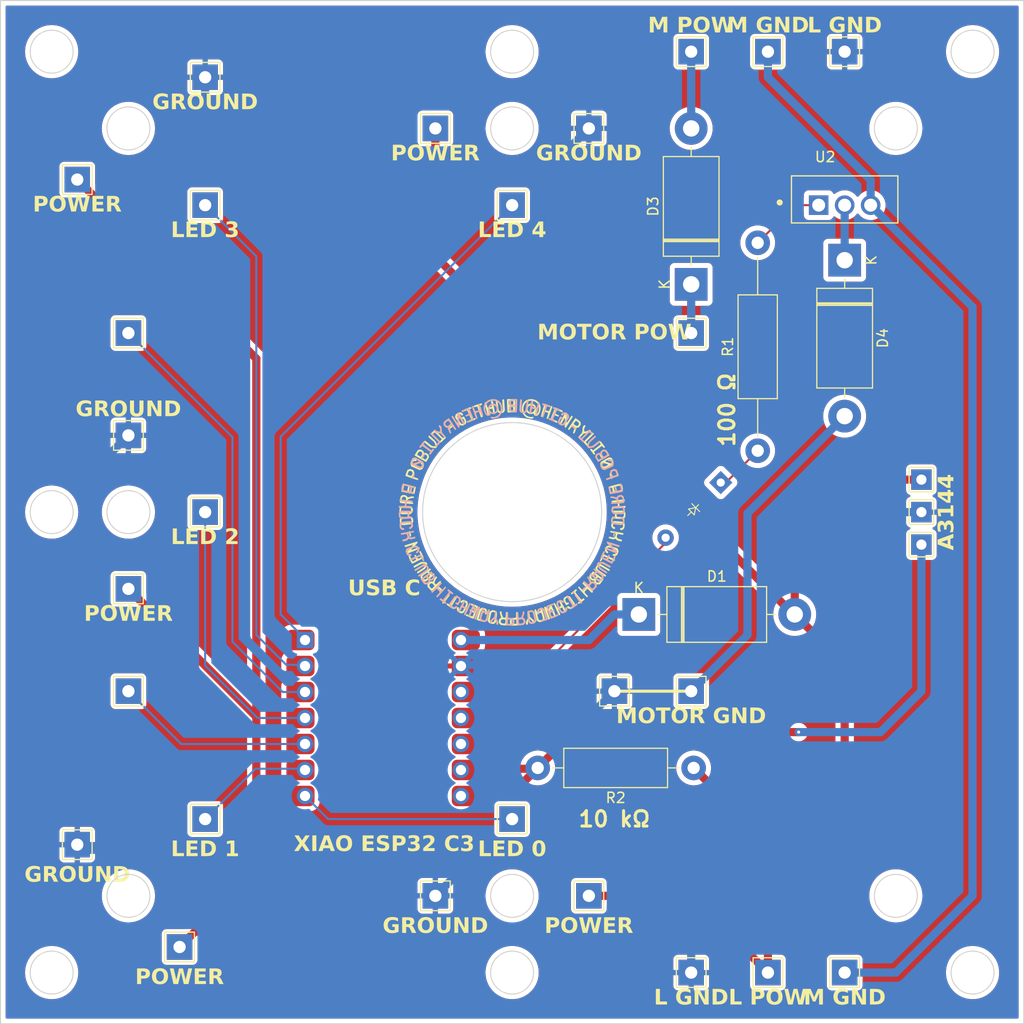
<source format=kicad_pcb>
(kicad_pcb (version 20240108) (generator "pcbnew") (generator_version "8.0")
  (layers (0 "F.Cu" signal) (31 "B.Cu" signal) (34 "B.Paste" user) (35 "F.Paste" user) (36 "B.SilkS" user "B.Silkscreen") (37 "F.SilkS" user "F.Silkscreen") (38 "B.Mask" user) (39 "F.Mask" user) (44 "Edge.Cuts" user))
  (net 0 "")
  (net 1 "Net-(D1-K)")
  (net 2 "A3114E POW")
  (net 3 "MOTOR+")
  (net 4 "MOTOR-")
  (net 5 "Net-(D4-K)")
  (net 6 "Net-(R1-Pad2)")
  (net 7 "Net-(D2-K)")
  (net 8 "A3144E GPIO")
  (net 9 "Net-(D2-A)")
  (net 10 "LED_0")
  (net 12 "LED_4")
  (net 13 "LED_BACKUP_1")
  (net 14 "LED_2")
  (net 15 "LED_3")
  (net 16 "LED_BACKUP_2")
  (net 17 "LED_1")
  (net 18 "M_5V")
  (net 19 "A3144E GND")
  (net 20 "M_GND")
  (footprint "TestPoint:TestPoint_THTPad_2.5x2.5mm_Drill1.2mm" (layer "F.Cu") (at 167.5 117.5)
    (property "Reference" "REF**" (hide yes))
    (property "Value" "TestPoint_THTPad_2.5x2.5mm_Drill1.2mm" (hide yes))
    (pad "0" thru_hole rect (at 0 0) (size 2.5 2.5) (drill 1.2) (layers "*.Cu" "*.Mask") (net 4 "MOTOR-"))
  )
  (footprint "TestPoint:TestPoint_THTPad_2.5x2.5mm_Drill1.2mm" (layer "F.Cu") (at 175 145)
    (property "Reference" "REF**" (hide yes))
    (property "Value" "TestPoint_THTPad_2.5x2.5mm_Drill1.2mm" (hide yes))
    (pad "0" thru_hole rect (at 0 0) (size 2.5 2.5) (drill 1.2) (layers "*.Cu" "*.Mask") (net 2 "A3114E POW"))
  )
  (footprint "TestPoint:TestPoint_THTPad_2.5x2.5mm_Drill1.2mm" (layer "F.Cu") (at 112.5 92.5)
    (property "Reference" "REF**" (hide yes))
    (property "Value" "TestPoint_THTPad_2.5x2.5mm_Drill1.2mm" (hide yes))
    (pad "1" thru_hole rect (at 0 0) (size 2.5 2.5) (drill 1.2) (layers "*.Cu" "*.Mask") (net 19 "A3144E GND"))
  )
  (footprint "TestPoint:TestPoint_THTPad_2.0x2.0mm_Drill1.0mm" (layer "F.Cu") (at 190 100)
    (property "Reference" "REF**" (hide yes))
    (property "Value" "TestPoint_THTPad_2.0x2.0mm_Drill1.0mm" (hide yes))
    (pad "3" thru_hole rect (at 0 0) (size 2 2) (drill 1) (layers "*.Cu" "*.Mask") (net 19 "A3144E GND"))
  )
  (footprint "TestPoint:TestPoint_THTPad_2.5x2.5mm_Drill1.2mm" (layer "F.Cu") (at 157.5 137.5)
    (property "Reference" "REF**" (hide yes))
    (property "Value" "TestPoint_THTPad_2.5x2.5mm_Drill1.2mm" (hide yes))
    (pad "1" thru_hole rect (at 0 0) (size 2.5 2.5) (drill 1.2) (layers "*.Cu" "*.Mask") (net 2 "A3114E POW"))
  )
  (footprint "TestPoint:TestPoint_THTPad_2.5x2.5mm_Drill1.2mm" (layer "F.Cu") (at 157.5 62.5)
    (property "Reference" "REF**" (hide yes))
    (property "Value" "TestPoint_THTPad_2.5x2.5mm_Drill1.2mm" (hide yes))
    (pad "1" thru_hole rect (at 0 0) (size 2.5 2.5) (drill 1.2) (layers "*.Cu" "*.Mask") (net 19 "A3144E GND"))
  )
  (footprint "TestPoint:TestPoint_THTPad_2.5x2.5mm_Drill1.2mm" (layer "F.Cu") (at 112.5 82.5)
    (property "Reference" "REF**" (hide yes))
    (property "Value" "TestPoint_THTPad_2.5x2.5mm_Drill1.2mm" (hide yes))
    (pad "1" thru_hole rect (at 0 0) (size 2.5 2.5) (drill 1.2) (layers "*.Cu" "*.Mask" "Eco2.User") (net 16 "LED_BACKUP_2"))
  )
  (footprint "TestPoint:TestPoint_THTPad_2.5x2.5mm_Drill1.2mm" (layer "F.Cu") (at 150 130)
    (property "Reference" "REF**" (hide yes))
    (property "Value" "TestPoint_THTPad_2.5x2.5mm_Drill1.2mm" (hide yes))
    (pad "1" thru_hole rect (at 0 0) (size 2.5 2.5) (drill 1.2) (layers "*.Cu" "*.Mask") (net 10 "LED_0"))
  )
  (footprint "TestPoint:TestPoint_THTPad_2.5x2.5mm_Drill1.2mm" (layer "F.Cu") (at 150 70)
    (property "Reference" "REF**" (hide yes))
    (property "Value" "TestPoint_THTPad_2.5x2.5mm_Drill1.2mm" (hide yes))
    (pad "1" thru_hole rect (at 0 0) (size 2.5 2.5) (drill 1.2) (layers "*.Cu" "*.Mask") (net 12 "LED_4"))
  )
  (footprint "LOGO" (layer "F.Cu") (at 150 100 45)
    (property "Reference" "G***" (hide yes))
    (property "Value" "LOGO" (hide yes))
  )
  (footprint "Resistor_THT:R_Axial_DIN0411_L9.9mm_D3.6mm_P15.24mm_Horizontal" (layer "F.Cu") (at 167.74 125 180)
    (property "Reference" "R2" (at 7.62 -2.92 0) (layer "F.SilkS"))
    (property "Value" "Resistor")
    (pad "1" thru_hole circle (at 0 0 180) (size 2.4 2.4) (drill 1.2) (layers "*.Cu" "*.Mask") (net 2 "A3114E POW"))
    (pad "2" thru_hole oval (at 15.24 0 180) (size 2.4 2.4) (drill 1.2) (layers "*.Cu" "*.Mask") (net 8 "A3144E GPIO"))
  )
  (footprint "TestPoint:TestPoint_THTPad_2.5x2.5mm_Drill1.2mm" (layer "F.Cu") (at 120 57.5)
    (property "Reference" "REF**" (hide yes))
    (property "Value" "TestPoint_THTPad_2.5x2.5mm_Drill1.2mm" (hide yes))
    (pad "1" thru_hole rect (at 0 0) (size 2.5 2.5) (drill 1.2) (layers "*.Cu" "*.Mask") (net 19 "A3144E GND"))
  )
  (footprint "TestPoint:TestPoint_THTPad_2.5x2.5mm_Drill1.2mm" (layer "F.Cu") (at 142.5 62.5)
    (property "Reference" "REF**" (hide yes))
    (property "Value" "TestPoint_THTPad_2.5x2.5mm_Drill1.2mm" (hide yes))
    (pad "1" thru_hole rect (at 0 0) (size 2.5 2.5) (drill 1.2) (layers "*.Cu" "*.Mask") (net 2 "A3114E POW"))
  )
  (footprint "TestPoint:TestPoint_THTPad_2.5x2.5mm_Drill1.2mm" (layer "F.Cu") (at 107.5 67.5)
    (property "Reference" "REF**" (hide yes))
    (property "Value" "TestPoint_THTPad_2.5x2.5mm_Drill1.2mm" (hide yes))
    (pad "1" thru_hole rect (at 0 0) (size 2.5 2.5) (drill 1.2) (layers "*.Cu" "*.Mask") (net 2 "A3114E POW"))
  )
  (footprint "TestPoint:TestPoint_THTPad_2.5x2.5mm_Drill1.2mm" (layer "F.Cu") (at 112.5 117.5)
    (property "Reference" "REF**" (hide yes))
    (property "Value" "TestPoint_THTPad_2.5x2.5mm_Drill1.2mm" (hide yes))
    (pad "1" thru_hole rect (at 0 0) (size 2.5 2.5) (drill 1.2) (layers "*.Cu" "*.Mask" "Eco2.User") (net 13 "LED_BACKUP_1"))
  )
  (footprint "TestPoint:TestPoint_THTPad_2.5x2.5mm_Drill1.2mm" (layer "F.Cu") (at 160 117.5)
    (property "Reference" "REF**" (hide yes))
    (property "Value" "TestPoint_THTPad_2.5x2.5mm_Drill1.2mm" (hide yes))
    (pad "0" thru_hole rect (at 0 0) (size 2.5 2.5) (drill 1.2) (layers "*.Cu" "*.Mask") (net 19 "A3144E GND"))
  )
  (footprint "TestPoint:TestPoint_THTPad_2.5x2.5mm_Drill1.2mm" (layer "F.Cu") (at 120 130)
    (property "Reference" "REF**" (hide yes))
    (property "Value" "TestPoint_THTPad_2.5x2.5mm_Drill1.2mm" (hide yes))
    (pad "1" thru_hole rect (at 0 0) (size 2.5 2.5) (drill 1.2) (layers "*.Cu" "*.Mask") (net 17 "LED_1"))
  )
  (footprint "Resistor_THT:R_Axial_DIN0411_L9.9mm_D3.6mm_P20.32mm_Horizontal" (layer "F.Cu") (at 174 94 90)
    (property "Reference" "R1" (at 10.16 -2.92 90) (layer "F.SilkS"))
    (property "Value" "Resistor")
    (pad "1" thru_hole circle (at 0 0 90) (size 2.4 2.4) (drill 1.2) (layers "*.Cu" "*.Mask") (net 7 "Net-(D2-K)"))
    (pad "2" thru_hole oval (at 20.32 0 90) (size 2.4 2.4) (drill 1.2) (layers "*.Cu" "*.Mask") (net 6 "Net-(R1-Pad2)"))
  )
  (footprint "TestPoint:TestPoint_THTPad_2.5x2.5mm_Drill1.2mm" (layer "F.Cu") (at 167.5 145)
    (property "Reference" "REF**" (hide yes))
    (property "Value" "TestPoint_THTPad_2.5x2.5mm_Drill1.2mm" (hide yes))
    (pad "0" thru_hole rect (at 0 0) (size 2.5 2.5) (drill 1.2) (layers "*.Cu" "*.Mask") (net 19 "A3144E GND"))
  )
  (footprint "TestPoint:TestPoint_THTPad_2.5x2.5mm_Drill1.2mm" (layer "F.Cu") (at 120 100)
    (property "Reference" "REF**" (hide yes))
    (property "Value" "TestPoint_THTPad_2.5x2.5mm_Drill1.2mm" (hide yes))
    (pad "1" thru_hole rect (at 0 0) (size 2.5 2.5) (drill 1.2) (layers "*.Cu" "*.Mask") (net 14 "LED_2"))
  )
  (footprint "TestPoint:TestPoint_THTPad_2.5x2.5mm_Drill1.2mm" (layer "F.Cu") (at 175 55)
    (property "Reference" "REF**" (hide yes))
    (property "Value" "TestPoint_THTPad_2.5x2.5mm_Drill1.2mm" (hide yes))
    (pad "0" thru_hole rect (at 0 0) (size 2.5 2.5) (drill 1.2) (layers "*.Cu" "*.Mask") (net 20 "M_GND"))
  )
  (footprint "Diode_THT:D_DO-201AD_P15.24mm_Horizontal" (layer "F.Cu") (at 162.38 110)
    (property "Reference" "D1" (at 7.62 -3.72 0) (layer "F.SilkS"))
    (property "Value" "1N5822")
    (fp_text user "K" (at 0 -2.6 0) (layer "F.SilkS"))
    (pad "1" thru_hole rect (at 0 0) (size 3.2 3.2) (drill 1.6) (layers "*.Cu" "*.Mask") (net 1 "Net-(D1-K)"))
    (pad "2" thru_hole oval (at 15.24 0) (size 3.2 3.2) (drill 1.6) (layers "*.Cu" "*.Mask") (net 2 "A3114E POW"))
  )
  (footprint "TestPoint:TestPoint_THTPad_2.5x2.5mm_Drill1.2mm" (layer "F.Cu") (at 112.5 107.5)
    (property "Reference" "REF**" (hide yes))
    (property "Value" "TestPoint_THTPad_2.5x2.5mm_Drill1.2mm" (hide yes))
    (pad "1" thru_hole rect (at 0 0) (size 2.5 2.5) (drill 1.2) (layers "*.Cu" "*.Mask") (net 2 "A3114E POW"))
  )
  (footprint "TestPoint:TestPoint_THTPad_2.0x2.0mm_Drill1.0mm" (layer "F.Cu") (at 190 103.175)
    (property "Reference" "REF**" (hide yes))
    (property "Value" "TestPoint_THTPad_2.0x2.0mm_Drill1.0mm" (hide yes))
    (pad "3" thru_hole rect (at 0 0) (size 2 2) (drill 1) (layers "*.Cu" "*.Mask") (net 8 "A3144E GPIO"))
  )
  (footprint "TestPoint:TestPoint_THTPad_2.0x2.0mm_Drill1.0mm" (layer "F.Cu") (at 190 96.825)
    (property "Reference" "REF**" (hide yes))
    (property "Value" "TestPoint_THTPad_2.0x2.0mm_Drill1.0mm" (hide yes))
    (pad "3" thru_hole rect (at 0 0) (size 2 2) (drill 1) (layers "*.Cu" "*.Mask") (net 2 "A3114E POW"))
  )
  (footprint "TestPoint:TestPoint_THTPad_2.5x2.5mm_Drill1.2mm" (layer "F.Cu") (at 107.5 132.5)
    (property "Reference" "REF**" (hide yes))
    (property "Value" "TestPoint_THTPad_2.5x2.5mm_Drill1.2mm" (hide yes))
    (pad "1" thru_hole rect (at 0 0) (size 2.5 2.5) (drill 1.2) (layers "*.Cu" "*.Mask") (net 19 "A3144E GND"))
  )
  (footprint "Diode_THT:D_DO-201AD_P15.24mm_Horizontal" (layer "F.Cu") (at 167.5 77.74 90)
    (property "Reference" "D3" (at 7.62 -3.72 90) (layer "F.SilkS"))
    (property "Value" "1N5822")
    (fp_text user "K" (at 0 -2.6 90) (layer "F.SilkS"))
    (pad "1" thru_hole rect (at 0 0 90) (size 3.2 3.2) (drill 1.6) (layers "*.Cu" "*.Mask") (net 3 "MOTOR+"))
    (pad "2" thru_hole oval (at 15.24 0 90) (size 3.2 3.2) (drill 1.6) (layers "*.Cu" "*.Mask") (net 18 "M_5V"))
  )
  (footprint "TestPoint:TestPoint_THTPad_2.5x2.5mm_Drill1.2mm" (layer "F.Cu") (at 142.5 137.5)
    (property "Reference" "REF**" (hide yes))
    (property "Value" "TestPoint_THTPad_2.5x2.5mm_Drill1.2mm" (hide yes))
    (pad "1" thru_hole rect (at 0 0) (size 2.5 2.5) (drill 1.2) (layers "*.Cu" "*.Mask") (net 19 "A3144E GND"))
  )
  (footprint "ScottoKeebs_MCU:Seeed_XIAO_RP2040" (layer "F.Cu") (at 137.38 120.12)
    (property "Reference" "U1" (hide yes))
    (property "Value" "MCU_Seeed_XIAO_ESP32-C3")
    (pad "1" smd roundrect (at -8.065 -7.62) (size 2.75 2) (layers "F.Cu" "F.Paste" "F.Mask") (net 12 "LED_4"))
    (pad "1" thru_hole rect (at -7.62 -7.62 90) (size 1.6 1.6) (drill 1) (layers "*.Cu" "*.Mask") (net 12 "LED_4"))
    (pad "2" smd roundrect (at -8.065 -5.08) (size 2.75 2) (layers "F.Cu" "F.Paste" "F.Mask") (net 15 "LED_3"))
    (pad "2" thru_hole circle (at -7.62 -5.08 90) (size 1.6 1.6) (drill 1) (layers "*.Cu" "*.Mask") (net 15 "LED_3"))
    (pad "3" smd roundrect (at -8.065 -2.54) (size 2.75 2) (layers "F.Cu" "F.Paste" "F.Mask") (net 16 "LED_BACKUP_2"))
    (pad "3" thru_hole circle (at -7.62 -2.54 90) (size 1.6 1.6) (drill 1) (layers "*.Cu" "*.Mask") (net 16 "LED_BACKUP_2"))
    (pad "4" smd roundrect (at -8.065 0) (size 2.75 2) (layers "F.Cu" "F.Paste" "F.Mask") (net 14 "LED_2"))
    (pad "4" thru_hole circle (at -7.62 0 90) (size 1.6 1.6) (drill 1) (layers "*.Cu" "*.Mask") (net 14 "LED_2"))
    (pad "5" smd roundrect (at -8.065 2.54) (size 2.75 2) (layers "F.Cu" "F.Paste" "F.Mask") (net 13 "LED_BACKUP_1"))
    (pad "5" thru_hole circle (at -7.62 2.54 90) (size 1.6 1.6) (drill 1) (layers "*.Cu" "*.Mask") (net 13 "LED_BACKUP_1"))
    (pad "6" smd roundrect (at -8.065 5.08) (size 2.75 2) (layers "F.Cu" "F.Paste" "F.Mask") (net 17 "LED_1"))
    (pad "6" thru_hole circle (at -7.62 5.08 90) (size 1.6 1.6) (drill 1) (layers "*.Cu" "*.Mask") (net 17 "LED_1"))
    (pad "7" smd roundrect (at -8.065 7.62) (size 2.75 2) (layers "F.Cu" "F.Paste" "F.Mask") (net 10 "LED_0"))
    (pad "7" thru_hole circle (at -7.62 7.62 90) (size 1.6 1.6) (drill 1) (layers "*.Cu" "*.Mask") (net 10 "LED_0"))
    (pad "8" thru_hole circle (at 7.62 7.62 90) (size 1.6 1.6) (drill 1) (layers "*.Cu" "*.Mask") (net 8 "A3144E GPIO"))
    (pad "8" smd roundrect (at 8.1 7.62) (size 2.75 2) (layers "F.Cu" "F.Paste" "F.Mask") (net 8 "A3144E GPIO"))
    (pad "9" thru_hole circle (at 7.62 5.08 90) (size 1.6 1.6) (drill 1) (layers "*.Cu" "*.Mask") (net 8 "A3144E GPIO"))
    (pad "9" smd roundrect (at 8.1 5.08) (size 2.75 2) (layers "F.Cu" "F.Paste" "F.Mask") (net 8 "A3144E GPIO"))
    (pad "10" thru_hole circle (at 7.62 2.54 90) (size 1.6 1.6) (drill 1) (layers "*.Cu" "*.Mask") (net 9 "Net-(D2-A)"))
    (pad "10" smd roundrect (at 8.1 2.54) (size 2.75 2) (layers "F.Cu" "F.Paste" "F.Mask") (net 9 "Net-(D2-A)"))
    (pad "11" thru_hole circle (at 7.62 0 90) (size 1.6 1.6) (drill 1) (layers "*.Cu" "*.Mask") (net 9 "Net-(D2-A)"))
    (pad "11" smd roundrect (at 8.1 0) (size 2.75 2) (layers "F.Cu" "F.Paste" "F.Mask") (net 9 "Net-(D2-A)"))
    (pad "12" thru_hole circle (at 7.62 -2.54 90) (size 1.6 1.6) (drill 1) (layers "*.Cu" "*.Mask"))
    (pad "12" smd roundrect (at 8.1 -2.54) (size 2.75 2) (layers "F.Cu" "F.Paste" "F.Mask"))
    (pad "13" thru_hole circle (at 7.62 -5.08 90) (size 1.6 1.6) (drill 1) (layers "*.Cu" "*.Mask") (net 19 "A3144E GND"))
    (pad "13" smd roundrect (at 8.1 -5.08) (size 2.75 2) (layers "F.Cu" "F.Paste" "F.Mask") (net 19 "A3144E GND"))
    (pad "14" thru_hole circle (at 7.62 -7.62 90) (size 1.6 1.6) (drill 1) (layers "*.Cu" "*.Mask") (net 1 "Net-(D1-K)"))
    (pad "14" smd roundrect (at 8.1 -7.62) (size 2.75 2) (layers "F.Cu" "F.Paste" "F.Mask") (net 1 "Net-(D1-K)"))
  )
  (footprint "TestPoint:TestPoint_THTPad_2.5x2.5mm_Drill1.2mm" (layer "F.Cu") (at 182.5 145 180)
    (property "Reference" "REF**" (hide yes))
    (property "Value" "TestPoint_THTPad_2.5x2.5mm_Drill1.2mm" (hide yes))
    (pad "0" thru_hole rect (at 0 0 180) (size 2.5 2.5) (drill 1.2) (layers "*.Cu" "*.Mask") (net 20 "M_GND"))
  )
  (footprint "TestPoint:TestPoint_THTPad_2.5x2.5mm_Drill1.2mm" (layer "F.Cu") (at 167.5 82.5)
    (property "Reference" "REF**" (hide yes))
    (property "Value" "TestPoint_THTPad_2.5x2.5mm_Drill1.2mm" (hide yes))
    (pad "0" thru_hole rect (at 0 0) (size 2.5 2.5) (drill 1.2) (layers "*.Cu" "*.Mask") (net 3 "MOTOR+"))
  )
  (footprint "Diode_THT:D_DO-201AD_P15.24mm_Horizontal" (layer "F.Cu") (at 182.5 75.38 -90)
    (property "Reference" "D4" (at 7.62 -3.72 90) (layer "F.SilkS"))
    (property "Value" "1N5822")
    (fp_text user "K" (at 0 -2.6 90) (layer "F.SilkS"))
    (pad "1" thru_hole rect (at 0 0 270) (size 3.2 3.2) (drill 1.6) (layers "*.Cu" "*.Mask") (net 5 "Net-(D4-K)"))
    (pad "2" thru_hole oval (at 15.24 0 270) (size 3.2 3.2) (drill 1.6) (layers "*.Cu" "*.Mask") (net 4 "MOTOR-"))
  )
  (footprint "TestPoint:TestPoint_THTPad_2.5x2.5mm_Drill1.2mm" (layer "F.Cu") (at 167.5 55)
    (property "Reference" "REF**" (hide yes))
    (property "Value" "TestPoint_THTPad_2.5x2.5mm_Drill1.2mm" (hide yes))
    (pad "0" thru_hole rect (at 0 0) (size 2.5 2.5) (drill 1.2) (layers "*.Cu" "*.Mask") (net 18 "M_5V"))
  )
  (footprint "TestPoint:TestPoint_THTPad_2.5x2.5mm_Drill1.2mm" (layer "F.Cu") (at 117.5 142.5)
    (property "Reference" "REF**" (hide yes))
    (property "Value" "TestPoint_THTPad_2.5x2.5mm_Drill1.2mm" (hide yes))
    (pad "1" thru_hole rect (at 0 0) (size 2.5 2.5) (drill 1.2) (layers "*.Cu" "*.Mask") (net 2 "A3114E POW"))
  )
  (footprint "ScottoKeebs_Components:Diode_DO-35" (layer "F.Cu") (at 170.388154 97.111846 -135)
    (property "Reference" "D2" (hide yes))
    (property "Value" "Diode" (hide yes))
    (pad "1" thru_hole rect (at 0 0 225) (size 1.6 1.6) (drill 0.8) (layers "*.Cu" "*.Mask") (net 7 "Net-(D2-K)"))
    (pad "2" thru_hole oval (at 7.62 0 225) (size 1.6 1.6) (drill 0.8) (layers "*.Cu" "*.Mask") (net 9 "Net-(D2-A)"))
  )
  (footprint "STP55NF06L:TO254P1040X460X1935-3" (layer "F.Cu") (at 179.96 70)
    (property "Reference" "U2" (at 0.63143 -4.71072 0) (layer "F.SilkS"))
    (property "Value" "STP55NF06L")
    (pad "1" thru_hole rect (at 0 0) (size 1.91 1.91) (drill 1.27) (layers "*.Cu" "*.Mask") (net 6 "Net-(R1-Pad2)"))
    (pad "2" thru_hole circle (at 2.54 0) (size 1.91 1.91) (drill 1.27) (layers "*.Cu" "*.Mask") (net 5 "Net-(D4-K)"))
    (pad "3" thru_hole circle (at 5.08 0) (size 1.91 1.91) (drill 1.27) (layers "*.Cu" "*.Mask") (net 20 "M_GND"))
  )
  (footprint "TestPoint:TestPoint_THTPad_2.5x2.5mm_Drill1.2mm" (layer "F.Cu") (at 120 70)
    (property "Reference" "REF**" (hide yes))
    (property "Value" "TestPoint_THTPad_2.5x2.5mm_Drill1.2mm" (hide yes))
    (pad "1" thru_hole rect (at 0 0) (size 2.5 2.5) (drill 1.2) (layers "*.Cu" "*.Mask") (net 15 "LED_3"))
  )
  (footprint "TestPoint:TestPoint_THTPad_2.5x2.5mm_Drill1.2mm" (layer "F.Cu") (at 182.5 55)
    (property "Reference" "REF**" (hide yes))
    (property "Value" "TestPoint_THTPad_2.5x2.5mm_Drill1.2mm" (hide yes))
    (pad "0" thru_hole rect (at 0 0) (size 2.5 2.5) (drill 1.2) (layers "*.Cu" "*.Mask") (net 19 "A3144E GND"))
  )
  (footprint "LOGO" (layer "B.Cu") (at 150 100 135)
    (property "Reference" "G***" (hide yes))
    (property "Value" "LOGO" (hide yes))
  )
  (gr_line (start 160 117.5) (end 167.5 117.5) (stroke (width 0.3)) (layer "F.SilkS"))
  (gr_circle (center 187.5 62.5) (end 185.4 62.5) (stroke (width 0.1)) (fill none) (layer "Edge.Cuts"))
  (gr_circle (center 195 55) (end 192.9 55) (stroke (width 0.1)) (fill none) (layer "Edge.Cuts"))
  (gr_circle (center 150 55) (end 152.1 55) (stroke (width 0.1)) (fill none) (layer "Edge.Cuts"))
  (gr_circle (center 187.5 137.5) (end 187.5 135.4) (stroke (width 0.1)) (fill none) (layer "Edge.Cuts"))
  (gr_circle (center 112.5 100) (end 114.6 100) (stroke (width 0.1)) (fill none) (layer "Edge.Cuts"))
  (gr_circle (center 150 137.5) (end 152.1 137.5) (stroke (width 0.1)) (fill none) (layer "Edge.Cuts"))
  (gr_circle (center 150 145) (end 152.1 145) (stroke (width 0.1)) (fill none) (layer "Edge.Cuts"))
  (gr_circle (center 112.5 137.5) (end 114.6 137.5) (stroke (width 0.1)) (fill none) (layer "Edge.Cuts"))
  (gr_circle (center 150 62.5) (end 152.1 62.5) (stroke (width 0.1)) (fill none) (layer "Edge.Cuts"))
  (gr_rect (start 100 50) (end 200 150) (stroke (width 0.1)) (fill none) (layer "Edge.Cuts"))
  (gr_circle (center 105 145) (end 107.1 145) (stroke (width 0.1)) (fill none) (layer "Edge.Cuts"))
  (gr_circle (center 112.5 62.5) (end 114.6 62.5) (stroke (width 0.1)) (fill none) (layer "Edge.Cuts"))
  (gr_circle (center 150 100) (end 158.75 100) (stroke (width 0.1)) (fill none) (layer "Edge.Cuts"))
  (gr_circle (center 105 100) (end 107.1 100) (stroke (width 0.1)) (fill none) (layer "Edge.Cuts"))
  (gr_circle (center 105 55) (end 107.1 55) (stroke (width 0.1)) (fill none) (layer "Edge.Cuts"))
  (gr_circle (center 195 145) (end 195 142.9) (stroke (width 0.1)) (fill none) (layer "Edge.Cuts"))
  (gr_text "GROUND" (at 107.5 135.5 0) (layer "F.SilkS") (effects (font (size 1.5 1.5) (thickness 0.3) (bold yes))))
  (gr_text "LED 2" (at 120 102.5 0) (layer "F.SilkS") (effects (font (size 1.5 1.5) (thickness 0.3) (bold yes))))
  (gr_text "100 Ω" (at 171 90 90) (layer "F.SilkS") (effects (font (size 1.5 1.5) (thickness 0.3) (bold yes))))
  (gr_text "GROUND" (at 120 60 0) (layer "F.SilkS") (effects (font (size 1.5 1.5) (thickness 0.3) (bold yes))))
  (gr_text "XIAO ESP32 C3" (at 137.5 132.5 0) (layer "F.SilkS") (effects (font (size 1.5 1.5) (thickness 0.3) (bold yes))))
  (gr_text "LED 0" (at 150 133 0) (layer "F.SilkS") (effects (font (size 1.5 1.5) (thickness 0.3) (bold yes))))
  (gr_text "GROUND" (at 112.5 90 0) (layer "F.SilkS") (effects (font (size 1.5 1.5) (thickness 0.3) (bold yes))))
  (gr_text "MOTOR POW" (at 160 82.5 0) (layer "F.SilkS") (effects (font (size 1.5 1.5) (thickness 0.3) (bold yes))))
  (gr_text "LED 1" (at 120 133 0) (layer "F.SilkS") (effects (font (size 1.5 1.5) (thickness 0.3) (bold yes))))
  (gr_text "L GND" (at 182.5 52.5 0) (layer "F.SilkS") (effects (font (size 1.5 1.5) (thickness 0.3) (bold yes))))
  (gr_text "LED 3" (at 120 72.5 0) (layer "F.SilkS") (effects (font (size 1.5 1.5) (thickness 0.3) (bold yes))))
  (gr_text "POWER" (at 157.5 140.5 0) (layer "F.SilkS") (effects (font (size 1.5 1.5) (thickness 0.3) (bold yes))))
  (gr_text "A3144" (at 192.5 100 90) (layer "F.SilkS") (effects (font (size 1.5 1.5) (thickness 0.3) (bold yes))))
  (gr_text "GROUND" (at 142.5 140.5 0) (layer "F.SilkS") (effects (font (size 1.5 1.5) (thickness 0.3) (bold yes))))
  (gr_text "L GND" (at 167.5 147.5 0) (layer "F.SilkS") (effects (font (size 1.5 1.5) (thickness 0.3) (bold yes))))
  (gr_text "10 kΩ" (at 160 130 0) (layer "F.SilkS") (effects (font (size 1.5 1.5) (thickness 0.3) (bold yes))))
  (gr_text "GROUND" (at 157.5 65 0) (layer "F.SilkS") (effects (font (size 1.5 1.5) (thickness 0.3) (bold yes))))
  (gr_text "POWER" (at 117.5 145.5 0) (layer "F.SilkS") (effects (font (size 1.5 1.5) (thickness 0.3) (bold yes))))
  (gr_text "M POW" (at 167.5 52.5 0) (layer "F.SilkS") (effects (font (size 1.5 1.5) (thickness 0.3) (bold yes))))
  (gr_text "L POW" (at 175 147.5 0) (layer "F.SilkS") (effects (font (size 1.5 1.5) (thickness 0.3) (bold yes))))
  (gr_text "POWER" (at 142.5 65 0) (layer "F.SilkS") (effects (font (size 1.5 1.5) (thickness 0.3) (bold yes))))
  (gr_text "MOTOR GND" (at 167.5 120 0) (layer "F.SilkS") (effects (font (size 1.5 1.5) (thickness 0.3) (bold yes))))
  (gr_text "USB C" (at 137.5 107.5 0) (layer "F.SilkS") (effects (font (size 1.5 1.5) (thickness 0.3) (bold yes))))
  (gr_text "POWER" (at 107.5 70 0) (layer "F.SilkS") (effects (font (size 1.5 1.5) (thickness 0.3) (bold yes))))
  (gr_text "M GND" (at 175 52.5 0) (layer "F.SilkS") (effects (font (size 1.5 1.5) (thickness 0.3) (bold yes))))
  (gr_text "LED 4" (at 150 72.5 0) (layer "F.SilkS") (effects (font (size 1.5 1.5) (thickness 0.3) (bold yes))))
  (gr_text "M GND" (at 182.5 147.5 0) (layer "F.SilkS") (effects (font (size 1.5 1.5) (thickness 0.3) (bold yes))))
  (gr_text "POWER" (at 112.5 110 0) (layer "F.SilkS") (effects (font (size 1.5 1.5) (thickness 0.3) (bold yes))))
  (segment (start 160 110) (end 162.38 110) (width 0.8) (layer "B.Cu") (net 1))
  (segment (start 145.6 112.5) (end 157.5 112.5) (width 0.8) (layer "B.Cu") (net 1))
  (segment (start 145.48 112.38) (end 145.6 112.5) (width 0.8) (layer "B.Cu") (net 1))
  (segment (start 157.5 112.5) (end 160 110) (width 0.8) (layer "B.Cu") (net 1))
  (segment (start 130 141) (end 125 136) (width 0.8) (layer "F.Cu") (net 2))
  (segment (start 182.5 114.88) (end 182.5 125) (width 0.8) (layer "F.Cu") (net 2))
  (segment (start 142.5 75) (end 142.5 62.5) (width 0.8) (layer "F.Cu") (net 2))
  (segment (start 177.62 110) (end 177.5 110) (width 0.8) (layer "F.Cu") (net 2))
  (segment (start 125 85) (end 120 80) (width 0.8) (layer "F.Cu") (net 2))
  (segment (start 119 141) (end 117.5 142.5) (width 0.8) (layer "F.Cu") (net 2))
  (segment (start 175 145) (end 170 140) (width 0.8) (layer "F.Cu") (net 2))
  (segment (start 130 141) (end 119 141) (width 0.8) (layer "F.Cu") (net 2))
  (segment (start 177.62 105.12) (end 177.5 105) (width 0.8) (layer "F.Cu") (net 2))
  (segment (start 177.62 110) (end 177.62 105.12) (width 0.8) (layer "F.Cu") (net 2))
  (segment (start 177.5 105) (end 185.675 96.825) (width 0.8) (layer "F.Cu") (net 2))
  (segment (start 167.74 125) (end 175 132.26) (width 0.8) (layer "F.Cu") (net 2))
  (segment (start 125 136) (end 125 120) (width 0.8) (layer "F.Cu") (net 2))
  (segment (start 120 80) (end 107.5 67.5) (width 0.8) (layer "F.Cu") (net 2))
  (segment (start 171 141) (end 130 141) (width 0.8) (layer "F.Cu") (net 2))
  (segment (start 177.62 110) (end 182.5 114.88) (width 0.8) (layer "F.Cu") (net 2))
  (segment (start 177.5 110) (end 142.5 75) (width 0.8) (layer "F.Cu") (net 2))
  (segment (start 182.5 125) (end 175 132.5) (width 0.8) (layer "F.Cu") (net 2))
  (segment (start 125 120) (end 112.5 107.5) (width 0.8) (layer "F.Cu") (net 2))
  (segment (start 125 120) (end 125 85) (width 0.8) (layer "F.Cu") (net 2))
  (segment (start 175 132.26) (end 175 145) (width 0.8) (layer "F.Cu") (net 2))
  (segment (start 185.675 96.825) (end 190 96.825) (width 0.8) (layer "F.Cu") (net 2))
  (segment (start 167.5 137.5) (end 157.5 137.5) (width 0.8) (layer "F.Cu") (net 2))
  (segment (start 170 140) (end 167.5 137.5) (width 0.8) (layer "F.Cu") (net 2))
  (segment (start 167.5 77.74) (end 167.5 82.5) (width 0.8) (layer "B.Cu") (net 3))
  (segment (start 167.5 118.275) (end 167.5 117.62) (width 0.2) (layer "F.Cu") (net 4))
  (segment (start 173 112) (end 173 100.12) (width 0.8) (layer "B.Cu") (net 4))
  (segment (start 173 100.12) (end 182.5 90.62) (width 0.8) (layer "B.Cu") (net 4))
  (segment (start 167.5 117.5) (end 173 112) (width 0.8) (layer "B.Cu") (net 4))
  (segment (start 167.5 117.62) (end 167.5 117.5) (width 0.8) (layer "B.Cu") (net 4))
  (segment (start 182.5 70) (end 182.5 75.38) (width 0.8) (layer "B.Cu") (net 5))
  (segment (start 174 73.68) (end 177.68 70) (width 0.2) (layer "F.Cu") (net 6))
  (segment (start 177.68 70) (end 179.96 70) (width 0.2) (layer "F.Cu") (net 6))
  (segment (start 170.888154 97.111846) (end 174 94) (width 0.2) (layer "F.Cu") (net 7))
  (segment (start 170.388154 97.111846) (end 170.888154 97.111846) (width 0.2) (layer "F.Cu") (net 7))
  (segment (start 145.12 127.62) (end 149.88 127.62) (width 0.8) (layer "F.Cu") (net 8))
  (segment (start 149.88 127.62) (end 152.5 125) (width 0.8) (layer "F.Cu") (net 8))
  (segment (start 152.42 125.08) (end 152.5 125) (width 0.2) (layer "F.Cu") (net 8))
  (segment (start 145.12 125.08) (end 152.42 125.08) (width 0.8) (layer "F.Cu") (net 8))
  (segment (start 178 121.5) (end 156 121.5) (width 0.8) (layer "F.Cu") (net 8))
  (segment (start 145 125.2) (end 145.12 125.08) (width 0.8) (layer "F.Cu") (net 8))
  (segment (start 156 121.5) (end 152.42 125.08) (width 0.8) (layer "F.Cu") (net 8))
  (segment (start 145 127.74) (end 145.12 127.62) (width 0.8) (layer "F.Cu") (net 8))
  (via (at 178 121.5) (size 0.6) (drill 0.3) (layers "F.Cu" "B.Cu") (net 8))
  (segment (start 190 117.5) (end 190 103.175) (width 0.8) (layer "B.Cu") (net 8))
  (segment (start 178 121.5) (end 186 121.5) (width 0.8) (layer "B.Cu") (net 8))
  (segment (start 186 121.5) (end 190 117.5) (width 0.8) (layer "B.Cu") (net 8))
  (segment (start 145.46 122.54) (end 148 120) (width 0.2) (layer "F.Cu") (net 9))
  (segment (start 145.48 120.12) (end 147.88 120.12) (width 0.2) (layer "F.Cu") (net 9))
  (segment (start 145 122.54) (end 145.46 122.54) (width 0.2) (layer "F.Cu") (net 9))
  (segment (start 147.88 120.12) (end 148 120) (width 0.2) (layer "F.Cu") (net 9))
  (segment (start 165 102.5) (end 165 103) (width 0.2) (layer "F.Cu") (net 9))
  (segment (start 145.48 120) (end 145.52 120.04) (width 0.2) (layer "F.Cu") (net 9))
  (segment (start 165 103) (end 148 120) (width 0.2) (layer "F.Cu") (net 9))
  (segment (start 145 120) (end 145.24 120.24) (width 0.2) (layer "F.Cu") (net 9))
  (segment (start 129.76 127.62) (end 129.88 127.62) (width 0.2) (layer "F.Cu") (net 10))
  (segment (start 132.02 130) (end 150 130) (width 0.2) (layer "B.Cu") (net 10))
  (segment (start 129.88 127.86) (end 132.02 130) (width 0.2) (layer "B.Cu") (net 10))
  (segment (start 129.88 127.62) (end 129.88 127.86) (width 0.2) (layer "B.Cu") (net 10))
  (segment (start 129.76 112.5) (end 129.76 112.38) (width 0.2) (layer "B.Cu") (net 12))
  (segment (start 127.38 110) (end 127.38 92.62) (width 0.2) (layer "B.Cu") (net 12))
  (segment (start 129.76 112.38) (end 127.38 110) (width 0.2) (layer "B.Cu") (net 12))
  (segment (start 127.38 92.62) (end 150 70) (width 0.2) (layer "B.Cu") (net 12))
  (segment (start 129.72 122.5) (end 129.76 122.54) (width 0.2) (layer "F.Cu") (net 13))
  (segment (start 117.66 122.66) (end 129.56 122.66) (width 0.2) (layer "B.Cu") (net 13))
  (segment (start 129.56 122.66) (end 129.72 122.5) (width 0.2) (layer "B.Cu") (net 13))
  (segment (start 112.5 117.5) (end 117.66 122.66) (width 0.2) (layer "B.Cu") (net 13))
  (segment (start 120 100) (end 120 115) (width 0.2) (layer "B.Cu") (net 14))
  (segment (start 129.195 120.12) (end 129.315 120) (width 0.2) (layer "B.Cu") (net 14))
  (segment (start 125.12 120.12) (end 129.195 120.12) (width 0.2) (layer "B.Cu") (net 14))
  (segment (start 120 115) (end 125.12 120.12) (width 0.2) (layer "B.Cu") (net 14))
  (segment (start 127.92 114.92) (end 129.315 114.92) (width 0.2) (layer "B.Cu") (net 15))
  (segment (start 125 75) (end 125 112) (width 0.2) (layer "B.Cu") (net 15))
  (segment (start 125 112) (end 127.92 114.92) (width 0.2) (layer "B.Cu") (net 15))
  (segment (start 120 70) (end 125 75) (width 0.2) (layer "B.Cu") (net 15))
  (segment (start 129.315 117.46) (end 129.195 117.58) (width 0.2) (layer "B.Cu") (net 16))
  (segment (start 127.58 117.58) (end 122.665686 112.665686) (width 0.2) (layer "B.Cu") (net 16))
  (segment (start 129.195 117.58) (end 127.58 117.58) (width 0.2) (layer "B.Cu") (net 16))
  (segment (start 122.665686 112.665686) (end 122.665686 92.665686) (width 0.2) (layer "B.Cu") (net 16))
  (segment (start 122.665686 92.665686) (end 112.5 82.5) (width 0.2) (layer "B.Cu") (net 16))
  (segment (start 120 130) (end 124.92 125.08) (width 0.2) (layer "B.Cu") (net 17))
  (segment (start 124.92 125.08) (end 129.64 125.08) (width 0.2) (layer "B.Cu") (net 17))
  (segment (start 129.64 125.08) (end 129.76 125.2) (width 0.2) (layer "B.Cu") (net 17))
  (segment (start 167.5 62.5) (end 167.5 55) (width 0.8) (layer "B.Cu") (net 18))
  (segment (start 108 133) (end 107.5 132.5) (width 0.8) (layer "F.Cu") (net 19))
  (segment (start 109 96) (end 109 73.5) (width 0.8) (layer "B.Cu") (net 19))
  (segment (start 157.5 122.5) (end 156.25 121.25) (width 0.8) (layer "B.Cu") (net 19))
  (segment (start 163 133) (end 112.5 133) (width 0.8) (layer "B.Cu") (net 19))
  (segment (start 145.12 114.92) (end 145 115.04) (width 0.8) (layer "B.Cu") (net 19))
  (segment (start 156.25 121.25) (end 149.92 114.92) (width 0.8) (layer "B.Cu") (net 19))
  (segment (start 172.5 122.5) (end 182.5 112.5) (width 0.8) (layer "B.Cu") (net 19))
  (segment (start 187.5 100) (end 190 100) (width 0.8) (layer "B.Cu") (net 19))
  (segment (start 167.5 132.5) (end 172.5 127.5) (width 0.8) (layer "B.Cu") (net 19))
  (segment (start 167.5 132.5) (end 167.5 135) (width 0.8) (layer "B.Cu") (net 19))
  (segment (start 156.25 121.25) (end 160 117.5) (width 0.8) (layer "B.Cu") (net 19))
  (segment (start 167.5 135) (end 167.5 145) (width 0.8) (layer "B.Cu") (net 19))
  (segment (start 109 126.5) (end 109 96) (width 0.8) (layer "B.Cu") (net 19))
  (segment (start 147 133) (end 142.5 137.5) (width 0.8) (layer "B.Cu") (net 19))
  (segment (start 182.5 105) (end 187.5 100) (width 0.8) (layer "B.Cu") (net 19))
  (segment (start 157.5 122.5) (end 167.5 132.5) (width 0.8) (layer "B.Cu") (net 19))
  (segment (start 115.5 133) (end 109 126.5) (width 0.8) (layer "B.Cu") (net 19))
  (segment (start 120 62.5) (end 120 57.5) (width 0.8) (layer "B.Cu") (net 19))
  (segment (start 153.75 66.25) (end 157.5 62.5) (width 0.8) (layer "B.Cu") (net 19))
  (segment (start 149.92 114.92) (end 145.12 114.92) (width 0.8) (layer "B.Cu") (net 19))
  (segment (start 167.5 137.5) (end 163 133) (width 0.8) (layer "B.Cu") (net 19))
  (segment (start 172.5 127.5) (end 172.5 122.5) (width 0.8) (layer "B.Cu") (net 19))
  (segment (start 109 73.5) (end 116.25 66.25) (width 0.8) (layer "B.Cu") (net 19))
  (segment (start 109 96) (end 112.5 92.5) (width 0.8) (layer "B.Cu") (net 19))
  (segment (start 112.5 133) (end 108 133) (width 0.8) (layer "B.Cu") (net 19))
  (segment (start 116.25 66.25) (end 153.75 66.25) (width 0.8) (layer "B.Cu") (net 19))
  (segment (start 120 133) (end 115.5 133) (width 0.8) (layer "B.Cu") (net 19))
  (segment (start 116.25 66.25) (end 120 62.5) (width 0.8) (layer "B.Cu") (net 19))
  (segment (start 182.5 112.5) (end 182.5 105) (width 0.8) (layer "B.Cu") (net 19))
  (segment (start 185.04 70) (end 195 79.96) (width 0.8) (layer "B.Cu") (net 20))
  (segment (start 187.5 145) (end 182.5 145) (width 0.8) (layer "B.Cu") (net 20))
  (segment (start 195 79.96) (end 195 137.5) (width 0.8) (layer "B.Cu") (net 20))
  (segment (start 185.04 67.54) (end 185.04 70) (width 0.8) (layer "B.Cu") (net 20))
  (segment (start 195 137.5) (end 187.5 145) (width 0.8) (layer "B.Cu") (net 20))
  (segment (start 175 57.5) (end 185.04 67.54) (width 0.8) (layer "B.Cu") (net 20))
  (segment (start 175 55) (end 175 57.5) (width 0.8) (layer "B.Cu") (net 20))
  (zone (net 19) (net_name "A3144E GND") (layer "F.Cu") (priority 1) (connect_pads (clearance 0.5)) (min_thickness 0.25) (fill yes (thermal_gap 0.5) (thermal_bridge_width 0.5))
    (polygon (pts (xy 100 50) (xy 100 150) (xy 200 150) (xy 200 50)))
  )
  (zone (net 19) (net_name "A3144E GND") (layer "B.Cu") (connect_pads (clearance 0.5)) (min_thickness 0.25) (fill yes (thermal_gap 0.5) (thermal_bridge_width 0.5))
    (polygon (pts (xy 100 50) (xy 100 150) (xy 200 150) (xy 200 50)))
  )
)
</source>
